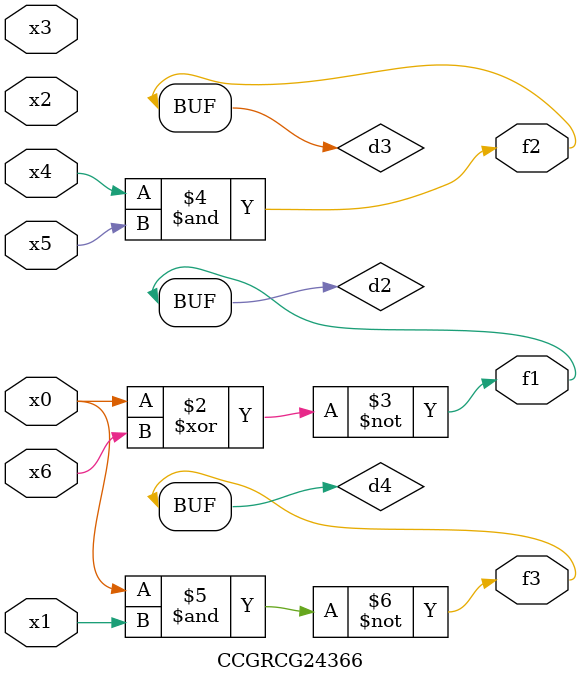
<source format=v>
module CCGRCG24366(
	input x0, x1, x2, x3, x4, x5, x6,
	output f1, f2, f3
);

	wire d1, d2, d3, d4;

	nor (d1, x0);
	xnor (d2, x0, x6);
	and (d3, x4, x5);
	nand (d4, x0, x1);
	assign f1 = d2;
	assign f2 = d3;
	assign f3 = d4;
endmodule

</source>
